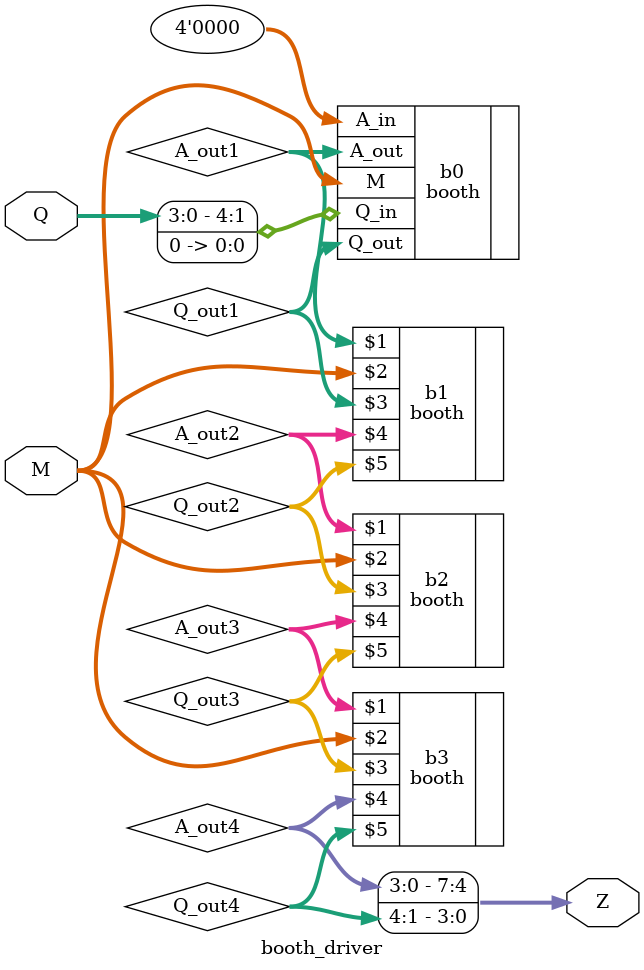
<source format=v>
`include "booth.v"
module booth_driver(input[3:0] M, input[3:0] Q, output[7:0] Z);

wire[3:0] A_out1, A_out2, A_out3, A_out4;
wire[4:0] Q_out1, Q_out2, Q_out3, Q_out4;

booth b0(.A_in(4'b0000), .M(M), .Q_in({Q, 1'b0}), .A_out(A_out1), .Q_out(Q_out1));
booth b1(A_out1, M, Q_out1, A_out2, Q_out2);
booth b2(A_out2, M, Q_out2, A_out3, Q_out3);
booth b3(A_out3, M, Q_out3, A_out4, Q_out4);

assign Z = {A_out4, Q_out4[4:1]};

endmodule
</source>
